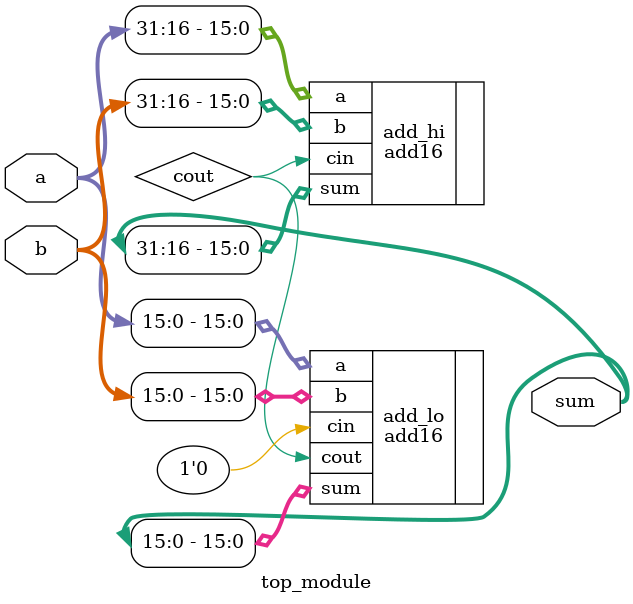
<source format=v>
module top_module(
    input [31:0] a,
    input [31:0] b,
    output [31:0] sum
);
//add16 is available
wire cout;
add16 add_lo (.a(a[15:0]), .b(b[15:0]), .cin(1'b0), .cout(cout), .sum(sum[15:0]));
add16 add_hi (.a(a[31:16]), .b(b[31:16]), .cin(cout), .sum(sum[31:16]));


endmodule

</source>
